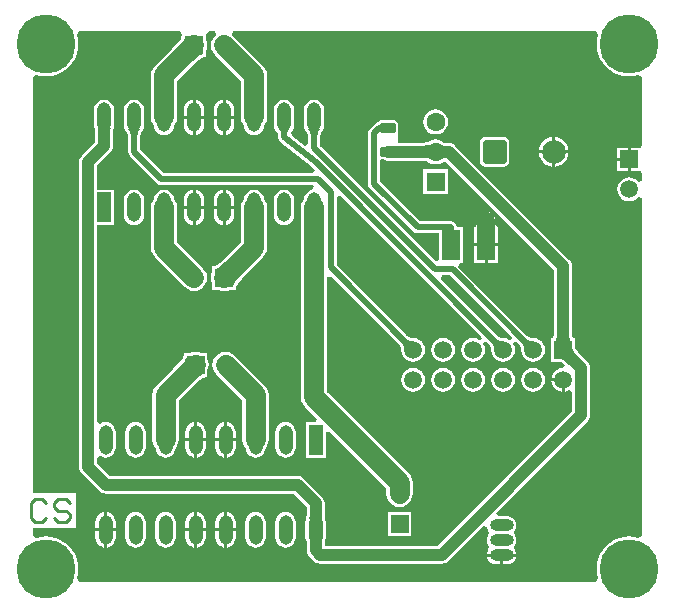
<source format=gtl>
G04 Layer_Physical_Order=1*
G04 Layer_Color=255*
%FSLAX44Y44*%
%MOMM*%
G71*
G01*
G75*
G04:AMPARAMS|DCode=10|XSize=1.3mm|YSize=0.8mm|CornerRadius=0.1mm|HoleSize=0mm|Usage=FLASHONLY|Rotation=180.000|XOffset=0mm|YOffset=0mm|HoleType=Round|Shape=RoundedRectangle|*
%AMROUNDEDRECTD10*
21,1,1.3000,0.6000,0,0,180.0*
21,1,1.1000,0.8000,0,0,180.0*
1,1,0.2000,-0.5500,0.3000*
1,1,0.2000,0.5500,0.3000*
1,1,0.2000,0.5500,-0.3000*
1,1,0.2000,-0.5500,-0.3000*
%
%ADD10ROUNDEDRECTD10*%
%ADD11R,1.5000X2.6000*%
%ADD12C,1.0000*%
%ADD13C,1.5000*%
%ADD14C,0.5000*%
%ADD15C,1.7000*%
%ADD16C,0.2540*%
%ADD17C,5.0000*%
%ADD18C,1.6000*%
%ADD19R,1.6000X1.6000*%
%ADD20R,1.5000X1.5000*%
%ADD21C,1.5000*%
%ADD22C,2.0000*%
G04:AMPARAMS|DCode=23|XSize=2mm|YSize=2mm|CornerRadius=0.25mm|HoleSize=0mm|Usage=FLASHONLY|Rotation=0.000|XOffset=0mm|YOffset=0mm|HoleType=Round|Shape=RoundedRectangle|*
%AMROUNDEDRECTD23*
21,1,2.0000,1.5000,0,0,0.0*
21,1,1.5000,2.0000,0,0,0.0*
1,1,0.5000,0.7500,-0.7500*
1,1,0.5000,-0.7500,-0.7500*
1,1,0.5000,-0.7500,0.7500*
1,1,0.5000,0.7500,0.7500*
%
%ADD23ROUNDEDRECTD23*%
%ADD24O,2.0000X1.0000*%
%ADD25O,2.0000X1.0000*%
%ADD26O,1.2000X2.5000*%
%ADD27R,1.2000X2.5000*%
%ADD28R,1.5000X1.5000*%
%ADD29C,0.9000*%
G36*
X495485Y479921D02*
X494725Y476755D01*
X494385Y472440D01*
X494725Y468125D01*
X495735Y463916D01*
X497392Y459917D01*
X499653Y456226D01*
X502464Y452934D01*
X505756Y450123D01*
X509447Y447862D01*
X513446Y446205D01*
X517655Y445195D01*
X521970Y444855D01*
X526285Y445195D01*
X529922Y446068D01*
X532922Y444543D01*
Y387312D01*
X532010Y384690D01*
X529922Y384690D01*
X523240D01*
Y374650D01*
Y364610D01*
X529922D01*
X532010Y364610D01*
X532922Y361988D01*
Y356332D01*
X529922Y355314D01*
X529102Y356382D01*
X527013Y357985D01*
X524580Y358993D01*
X521970Y359336D01*
X519360Y358993D01*
X516927Y357985D01*
X514838Y356382D01*
X513235Y354293D01*
X512227Y351861D01*
X511884Y349250D01*
X512227Y346640D01*
X513235Y344207D01*
X514838Y342118D01*
X516927Y340515D01*
X519360Y339507D01*
X521970Y339164D01*
X524580Y339507D01*
X527013Y340515D01*
X529102Y342118D01*
X529922Y343186D01*
X532922Y342168D01*
Y55837D01*
X529922Y54312D01*
X526285Y55185D01*
X521970Y55525D01*
X517655Y55185D01*
X513446Y54175D01*
X509447Y52518D01*
X505756Y50257D01*
X502464Y47446D01*
X499653Y44154D01*
X497392Y40463D01*
X495735Y36464D01*
X494725Y32255D01*
X494385Y27940D01*
X494725Y23625D01*
X495576Y20079D01*
X494007Y17079D01*
X55903D01*
X54334Y20079D01*
X55185Y23625D01*
X55525Y27940D01*
X55185Y32255D01*
X54175Y36464D01*
X52518Y40463D01*
X50257Y44154D01*
X47446Y47446D01*
X44154Y50257D01*
X40463Y52518D01*
X36464Y54175D01*
X32255Y55185D01*
X27940Y55525D01*
X23625Y55185D01*
X20079Y54334D01*
X17079Y55903D01*
Y62270D01*
X53603D01*
Y92344D01*
X17079D01*
Y444477D01*
X20079Y446046D01*
X23625Y445195D01*
X27940Y444855D01*
X32255Y445195D01*
X36464Y446205D01*
X40463Y447862D01*
X44154Y450123D01*
X47446Y452934D01*
X50257Y456226D01*
X52518Y459917D01*
X54175Y463916D01*
X55185Y468125D01*
X55525Y472440D01*
X55185Y476755D01*
X54425Y479921D01*
X56179Y482921D01*
X141396D01*
X142375Y482167D01*
X143670Y479703D01*
X142728Y477093D01*
X142266Y476422D01*
X134880Y468070D01*
X120425Y453615D01*
X118661Y451317D01*
X117553Y448642D01*
X117175Y445770D01*
Y410210D01*
X117553Y407338D01*
X118661Y404663D01*
X119760Y403232D01*
X119989Y401491D01*
X120845Y399423D01*
X122208Y397648D01*
X123983Y396285D01*
X126051Y395429D01*
X128270Y395137D01*
X130489Y395429D01*
X132557Y396285D01*
X134332Y397648D01*
X135695Y399423D01*
X136551Y401491D01*
X136780Y403232D01*
X137879Y404663D01*
X138987Y407338D01*
X139365Y410210D01*
Y441174D01*
X149565Y451375D01*
X154309Y455923D01*
X157557Y458719D01*
X158851Y459717D01*
X159593Y460228D01*
X162203Y461170D01*
X163670Y461170D01*
X163689Y463700D01*
X163670Y463793D01*
X163670Y464170D01*
Y466568D01*
X164387Y468298D01*
X164765Y471170D01*
X164387Y474042D01*
X163670Y475772D01*
X163670Y481170D01*
X165944Y482921D01*
X171387D01*
X172406Y479921D01*
X171225Y479015D01*
X169461Y476717D01*
X168353Y474042D01*
X167975Y471170D01*
X168353Y468298D01*
X169461Y465623D01*
X171225Y463325D01*
X193375Y441174D01*
Y410210D01*
X193753Y407338D01*
X194862Y404663D01*
X195960Y403232D01*
X196189Y401491D01*
X197045Y399423D01*
X198408Y397648D01*
X200183Y396285D01*
X202251Y395429D01*
X204470Y395137D01*
X206689Y395429D01*
X208757Y396285D01*
X210532Y397648D01*
X211895Y399423D01*
X212751Y401491D01*
X212980Y403232D01*
X214079Y404663D01*
X215187Y407338D01*
X215565Y410210D01*
Y445770D01*
X215187Y448642D01*
X214079Y451317D01*
X212315Y453615D01*
X186915Y479015D01*
X185734Y479921D01*
X186753Y482921D01*
X493731D01*
X495485Y479921D01*
D02*
G37*
G36*
X161140Y463700D02*
X160465Y463580D01*
X159608Y463220D01*
X158569Y462619D01*
X157348Y461777D01*
X155946Y460695D01*
X152594Y457810D01*
X146201Y451680D01*
X134180Y463700D01*
X136464Y466014D01*
X144277Y474849D01*
X145119Y476069D01*
X145720Y477108D01*
X146080Y477965D01*
X146201Y478639D01*
X161140Y463700D01*
D02*
G37*
%LPC*%
G36*
X188954Y59690D02*
X181610D01*
Y46013D01*
X182569Y46140D01*
X184647Y47000D01*
X186431Y48369D01*
X187800Y50153D01*
X188660Y52231D01*
X188954Y54460D01*
Y59690D01*
D02*
G37*
G36*
X337660Y76040D02*
X317660D01*
Y56040D01*
X337660D01*
Y76040D01*
D02*
G37*
G36*
X154940Y211755D02*
X152069Y211377D01*
X150338Y210660D01*
X147940D01*
X147563Y210660D01*
X147471Y210679D01*
X144940Y210660D01*
Y209193D01*
X143998Y206583D01*
X143536Y205912D01*
X136150Y197560D01*
X121695Y183105D01*
X119931Y180807D01*
X118823Y178132D01*
X118445Y175260D01*
Y137160D01*
X118823Y134288D01*
X119931Y131613D01*
X121030Y130182D01*
X121259Y128441D01*
X122115Y126373D01*
X123478Y124598D01*
X125253Y123235D01*
X127321Y122379D01*
X129540Y122087D01*
X131759Y122379D01*
X133827Y123235D01*
X135602Y124598D01*
X136965Y126373D01*
X137821Y128441D01*
X138050Y130182D01*
X139149Y131613D01*
X140257Y134288D01*
X140635Y137160D01*
Y170664D01*
X150836Y180865D01*
X155578Y185413D01*
X158827Y188209D01*
X160121Y189207D01*
X160863Y189718D01*
X163473Y190660D01*
X164940Y190660D01*
X164958Y193190D01*
X164940Y193283D01*
X164940Y193660D01*
Y196058D01*
X165657Y197789D01*
X166035Y200660D01*
X165657Y203532D01*
X164940Y205262D01*
Y210660D01*
X159542D01*
X157812Y211377D01*
X154940Y211755D01*
D02*
G37*
G36*
X364490Y223446D02*
X361880Y223103D01*
X359447Y222095D01*
X357358Y220492D01*
X355755Y218403D01*
X354747Y215970D01*
X354404Y213360D01*
X354747Y210749D01*
X355755Y208317D01*
X357358Y206228D01*
X359447Y204625D01*
X361880Y203617D01*
X364490Y203274D01*
X367100Y203617D01*
X369533Y204625D01*
X371622Y206228D01*
X373225Y208317D01*
X374233Y210749D01*
X374576Y213360D01*
X374233Y215970D01*
X373225Y218403D01*
X371622Y220492D01*
X369533Y222095D01*
X367100Y223103D01*
X364490Y223446D01*
D02*
G37*
G36*
X389890Y198046D02*
X387280Y197703D01*
X384847Y196695D01*
X382758Y195092D01*
X381155Y193003D01*
X380147Y190571D01*
X379804Y187960D01*
X380147Y185350D01*
X381155Y182917D01*
X382758Y180828D01*
X384847Y179225D01*
X387280Y178217D01*
X389890Y177874D01*
X392500Y178217D01*
X394933Y179225D01*
X397022Y180828D01*
X398625Y182917D01*
X399633Y185350D01*
X399976Y187960D01*
X399633Y190571D01*
X398625Y193003D01*
X397022Y195092D01*
X394933Y196695D01*
X392500Y197703D01*
X389890Y198046D01*
D02*
G37*
G36*
X364490D02*
X361880Y197703D01*
X359447Y196695D01*
X357358Y195092D01*
X355755Y193003D01*
X354747Y190571D01*
X354404Y187960D01*
X354747Y185350D01*
X355755Y182917D01*
X357358Y180828D01*
X359447Y179225D01*
X361880Y178217D01*
X364490Y177874D01*
X367100Y178217D01*
X369533Y179225D01*
X371622Y180828D01*
X373225Y182917D01*
X374233Y185350D01*
X374576Y187960D01*
X374233Y190571D01*
X373225Y193003D01*
X371622Y195092D01*
X369533Y196695D01*
X367100Y197703D01*
X364490Y198046D01*
D02*
G37*
G36*
X415290D02*
X412679Y197703D01*
X410247Y196695D01*
X408158Y195092D01*
X406555Y193003D01*
X405547Y190571D01*
X405204Y187960D01*
X405547Y185350D01*
X406555Y182917D01*
X408158Y180828D01*
X410247Y179225D01*
X412679Y178217D01*
X415290Y177874D01*
X417901Y178217D01*
X420333Y179225D01*
X422422Y180828D01*
X424025Y182917D01*
X425033Y185350D01*
X425376Y187960D01*
X425033Y190571D01*
X424025Y193003D01*
X422422Y195092D01*
X420333Y196695D01*
X417901Y197703D01*
X415290Y198046D01*
D02*
G37*
G36*
X464820Y186690D02*
X456131D01*
X456308Y185339D01*
X457320Y182897D01*
X458929Y180799D01*
X461027Y179190D01*
X463469Y178178D01*
X464820Y178001D01*
Y186690D01*
D02*
G37*
G36*
X440690Y198046D02*
X438079Y197703D01*
X435647Y196695D01*
X433558Y195092D01*
X431955Y193003D01*
X430947Y190571D01*
X430604Y187960D01*
X430947Y185350D01*
X431955Y182917D01*
X433558Y180828D01*
X435647Y179225D01*
X438079Y178217D01*
X440690Y177874D01*
X443301Y178217D01*
X445733Y179225D01*
X447822Y180828D01*
X449425Y182917D01*
X450433Y185350D01*
X450776Y187960D01*
X450433Y190571D01*
X449425Y193003D01*
X447822Y195092D01*
X445733Y196695D01*
X443301Y197703D01*
X440690Y198046D01*
D02*
G37*
G36*
X204470Y349083D02*
X202251Y348791D01*
X200183Y347935D01*
X198408Y346572D01*
X197045Y344797D01*
X196189Y342729D01*
X195960Y340989D01*
X194862Y339557D01*
X193753Y336882D01*
X193375Y334010D01*
Y304316D01*
X183174Y294115D01*
X178431Y289567D01*
X175183Y286771D01*
X173889Y285773D01*
X173147Y285262D01*
X170537Y284320D01*
X169070Y284320D01*
X169051Y281789D01*
X169070Y281697D01*
X169070Y281320D01*
Y278922D01*
X168353Y277192D01*
X167975Y274320D01*
X168353Y271448D01*
X169070Y269718D01*
Y264320D01*
X174468D01*
X176198Y263603D01*
X179070Y263225D01*
X181942Y263603D01*
X183672Y264320D01*
X186070D01*
X186447Y264320D01*
X186539Y264301D01*
X189070Y264320D01*
Y265787D01*
X190012Y268397D01*
X190474Y269068D01*
X197860Y277420D01*
X212315Y291875D01*
X214079Y294172D01*
X215187Y296849D01*
X215565Y299720D01*
Y334010D01*
X215187Y336882D01*
X214079Y339557D01*
X212980Y340989D01*
X212751Y342729D01*
X211895Y344797D01*
X210532Y346572D01*
X208757Y347935D01*
X206689Y348791D01*
X204470Y349083D01*
D02*
G37*
G36*
X128270D02*
X126051Y348791D01*
X123983Y347935D01*
X122208Y346572D01*
X120845Y344797D01*
X119989Y342729D01*
X119760Y340989D01*
X118661Y339557D01*
X117553Y336882D01*
X117175Y334010D01*
Y299720D01*
X117553Y296848D01*
X118661Y294172D01*
X120425Y291875D01*
X145825Y266475D01*
X148123Y264711D01*
X150799Y263603D01*
X153670Y263225D01*
X156542Y263603D01*
X159218Y264711D01*
X161515Y266475D01*
X163279Y268773D01*
X164387Y271448D01*
X164765Y274320D01*
X164387Y277192D01*
X163279Y279867D01*
X161515Y282165D01*
X139365Y304316D01*
Y334010D01*
X138987Y336882D01*
X137879Y339557D01*
X136780Y340989D01*
X136551Y342729D01*
X135695Y344797D01*
X134332Y346572D01*
X132557Y347935D01*
X130489Y348791D01*
X128270Y349083D01*
D02*
G37*
G36*
X399810Y300990D02*
X391040D01*
Y286720D01*
X399810D01*
Y300990D01*
D02*
G37*
G36*
X231140Y76033D02*
X228921Y75741D01*
X226853Y74885D01*
X225078Y73522D01*
X223715Y71747D01*
X222859Y69679D01*
X222567Y67460D01*
Y54460D01*
X222859Y52241D01*
X223715Y50173D01*
X225078Y48398D01*
X226853Y47035D01*
X228921Y46179D01*
X231140Y45887D01*
X233359Y46179D01*
X235427Y47035D01*
X237202Y48398D01*
X238565Y50173D01*
X239421Y52241D01*
X239713Y54460D01*
Y67460D01*
X239421Y69679D01*
X238565Y71747D01*
X237202Y73522D01*
X235427Y74885D01*
X233359Y75741D01*
X231140Y76033D01*
D02*
G37*
G36*
X77470Y59690D02*
X70126D01*
Y54460D01*
X70420Y52231D01*
X71280Y50153D01*
X72649Y48369D01*
X74433Y47000D01*
X76511Y46140D01*
X77470Y46013D01*
Y59690D01*
D02*
G37*
G36*
X163554D02*
X156210D01*
Y46013D01*
X157169Y46140D01*
X159247Y47000D01*
X161031Y48369D01*
X162400Y50153D01*
X163260Y52231D01*
X163554Y54460D01*
Y59690D01*
D02*
G37*
G36*
X179070D02*
X171726D01*
Y54460D01*
X172020Y52231D01*
X172880Y50153D01*
X174249Y48369D01*
X176033Y47000D01*
X178111Y46140D01*
X179070Y46013D01*
Y59690D01*
D02*
G37*
G36*
X87354D02*
X80010D01*
Y46013D01*
X80969Y46140D01*
X83047Y47000D01*
X84831Y48369D01*
X86200Y50153D01*
X87060Y52231D01*
X87354Y54460D01*
Y59690D01*
D02*
G37*
G36*
X153670D02*
X146326D01*
Y54460D01*
X146620Y52231D01*
X147480Y50153D01*
X148849Y48369D01*
X150633Y47000D01*
X152711Y46140D01*
X153670Y46013D01*
Y59690D01*
D02*
G37*
G36*
X104140Y152233D02*
X101921Y151941D01*
X99853Y151085D01*
X98078Y149722D01*
X96715Y147947D01*
X95859Y145879D01*
X95567Y143660D01*
Y130660D01*
X95859Y128441D01*
X96715Y126373D01*
X98078Y124598D01*
X99853Y123235D01*
X101921Y122379D01*
X104140Y122087D01*
X106359Y122379D01*
X108427Y123235D01*
X110202Y124598D01*
X111565Y126373D01*
X112421Y128441D01*
X112713Y130660D01*
Y143660D01*
X112421Y145879D01*
X111565Y147947D01*
X110202Y149722D01*
X108427Y151085D01*
X106359Y151941D01*
X104140Y152233D01*
D02*
G37*
G36*
X77470Y75907D02*
X76511Y75780D01*
X74433Y74920D01*
X72649Y73551D01*
X71280Y71767D01*
X70420Y69689D01*
X70126Y67460D01*
Y62230D01*
X77470D01*
Y75907D01*
D02*
G37*
G36*
X231140Y152233D02*
X228921Y151941D01*
X226853Y151085D01*
X225078Y149722D01*
X223715Y147947D01*
X222859Y145879D01*
X222567Y143660D01*
Y130660D01*
X222859Y128441D01*
X223715Y126373D01*
X225078Y124598D01*
X226853Y123235D01*
X228921Y122379D01*
X231140Y122087D01*
X233359Y122379D01*
X235427Y123235D01*
X237202Y124598D01*
X238565Y126373D01*
X239421Y128441D01*
X239713Y130660D01*
Y143660D01*
X239421Y145879D01*
X238565Y147947D01*
X237202Y149722D01*
X235427Y151085D01*
X233359Y151941D01*
X231140Y152233D01*
D02*
G37*
G36*
X180340Y211755D02*
X177468Y211377D01*
X174793Y210268D01*
X172495Y208505D01*
X170732Y206207D01*
X169623Y203532D01*
X169245Y200660D01*
X169623Y197788D01*
X170732Y195113D01*
X172495Y192815D01*
X194645Y170664D01*
Y137160D01*
X195023Y134288D01*
X196131Y131613D01*
X197230Y130182D01*
X197459Y128441D01*
X198315Y126373D01*
X199678Y124598D01*
X201453Y123235D01*
X203521Y122379D01*
X205740Y122087D01*
X207959Y122379D01*
X210027Y123235D01*
X211802Y124598D01*
X213165Y126373D01*
X214021Y128441D01*
X214250Y130182D01*
X215348Y131613D01*
X216457Y134288D01*
X216835Y137160D01*
Y175260D01*
X216457Y178132D01*
X215348Y180807D01*
X213585Y183105D01*
X188185Y208505D01*
X185887Y210268D01*
X183212Y211377D01*
X180340Y211755D01*
D02*
G37*
G36*
X181610Y75907D02*
Y62230D01*
X188954D01*
Y67460D01*
X188660Y69689D01*
X187800Y71767D01*
X186431Y73551D01*
X184647Y74920D01*
X182569Y75780D01*
X181610Y75907D01*
D02*
G37*
G36*
X153670D02*
X152711Y75780D01*
X150633Y74920D01*
X148849Y73551D01*
X147480Y71767D01*
X146620Y69689D01*
X146326Y67460D01*
Y62230D01*
X153670D01*
Y75907D01*
D02*
G37*
G36*
X80010D02*
Y62230D01*
X87354D01*
Y67460D01*
X87060Y69689D01*
X86200Y71767D01*
X84831Y73551D01*
X83047Y74920D01*
X80969Y75780D01*
X80010Y75907D01*
D02*
G37*
G36*
X179070D02*
X178111Y75780D01*
X176033Y74920D01*
X174249Y73551D01*
X172880Y71767D01*
X172020Y69689D01*
X171726Y67460D01*
Y62230D01*
X179070D01*
Y75907D01*
D02*
G37*
G36*
X156210D02*
Y62230D01*
X163554D01*
Y67460D01*
X163260Y69689D01*
X162400Y71767D01*
X161031Y73551D01*
X159247Y74920D01*
X157169Y75780D01*
X156210Y75907D01*
D02*
G37*
G36*
X179070Y152107D02*
X178111Y151980D01*
X176033Y151120D01*
X174249Y149751D01*
X172880Y147967D01*
X172020Y145889D01*
X171726Y143660D01*
Y138430D01*
X179070D01*
Y152107D01*
D02*
G37*
G36*
X156210D02*
Y138430D01*
X163554D01*
Y143660D01*
X163260Y145889D01*
X162400Y147967D01*
X161031Y149751D01*
X159247Y151120D01*
X157169Y151980D01*
X156210Y152107D01*
D02*
G37*
G36*
X339090Y198046D02*
X336479Y197703D01*
X334047Y196695D01*
X331958Y195092D01*
X330355Y193003D01*
X329347Y190571D01*
X329004Y187960D01*
X329347Y185350D01*
X330355Y182917D01*
X331958Y180828D01*
X334047Y179225D01*
X336479Y178217D01*
X339090Y177874D01*
X341701Y178217D01*
X344133Y179225D01*
X346222Y180828D01*
X347825Y182917D01*
X348833Y185350D01*
X349176Y187960D01*
X348833Y190571D01*
X347825Y193003D01*
X346222Y195092D01*
X344133Y196695D01*
X341701Y197703D01*
X339090Y198046D01*
D02*
G37*
G36*
X181610Y152107D02*
Y138430D01*
X188954D01*
Y143660D01*
X188660Y145889D01*
X187800Y147967D01*
X186431Y149751D01*
X184647Y151120D01*
X182569Y151980D01*
X181610Y152107D01*
D02*
G37*
G36*
X153670D02*
X152711Y151980D01*
X150633Y151120D01*
X148849Y149751D01*
X147480Y147967D01*
X146620Y145889D01*
X146326Y143660D01*
Y138430D01*
X153670D01*
Y152107D01*
D02*
G37*
G36*
X163554Y135890D02*
X156210D01*
Y122213D01*
X157169Y122340D01*
X159247Y123200D01*
X161031Y124569D01*
X162400Y126353D01*
X163260Y128431D01*
X163554Y130660D01*
Y135890D01*
D02*
G37*
G36*
X153670D02*
X146326D01*
Y130660D01*
X146620Y128431D01*
X147480Y126353D01*
X148849Y124569D01*
X150633Y123200D01*
X152711Y122340D01*
X153670Y122213D01*
Y135890D01*
D02*
G37*
G36*
X188954D02*
X181610D01*
Y122213D01*
X182569Y122340D01*
X184647Y123200D01*
X186431Y124569D01*
X187800Y126353D01*
X188660Y128431D01*
X188954Y130660D01*
Y135890D01*
D02*
G37*
G36*
X179070D02*
X171726D01*
Y130660D01*
X172020Y128431D01*
X172880Y126353D01*
X174249Y124569D01*
X176033Y123200D01*
X178111Y122340D01*
X179070Y122213D01*
Y135890D01*
D02*
G37*
G36*
X411120Y300990D02*
X402350D01*
Y286720D01*
X411120D01*
Y300990D01*
D02*
G37*
G36*
X104140Y76033D02*
X101921Y75741D01*
X99853Y74885D01*
X98078Y73522D01*
X96715Y71747D01*
X95859Y69679D01*
X95567Y67460D01*
Y54460D01*
X95859Y52241D01*
X96715Y50173D01*
X98078Y48398D01*
X99853Y47035D01*
X101921Y46179D01*
X104140Y45887D01*
X106359Y46179D01*
X108427Y47035D01*
X110202Y48398D01*
X111565Y50173D01*
X112421Y52241D01*
X112713Y54460D01*
Y67460D01*
X112421Y69679D01*
X111565Y71747D01*
X110202Y73522D01*
X108427Y74885D01*
X106359Y75741D01*
X104140Y76033D01*
D02*
G37*
G36*
X129540D02*
X127321Y75741D01*
X125253Y74885D01*
X123478Y73522D01*
X122115Y71747D01*
X121259Y69679D01*
X120967Y67460D01*
Y54460D01*
X121259Y52241D01*
X122115Y50173D01*
X123478Y48398D01*
X125253Y47035D01*
X127321Y46179D01*
X129540Y45887D01*
X131759Y46179D01*
X133827Y47035D01*
X135602Y48398D01*
X136965Y50173D01*
X137821Y52241D01*
X138113Y54460D01*
Y67460D01*
X137821Y69679D01*
X136965Y71747D01*
X135602Y73522D01*
X133827Y74885D01*
X131759Y75741D01*
X129540Y76033D01*
D02*
G37*
G36*
X412750Y38100D02*
X401582D01*
X401674Y37402D01*
X402434Y35568D01*
X403642Y33992D01*
X405218Y32784D01*
X407052Y32024D01*
X409020Y31765D01*
X412750D01*
Y38100D01*
D02*
G37*
G36*
X426458D02*
X415290D01*
Y31765D01*
X419020D01*
X420988Y32024D01*
X422822Y32784D01*
X424398Y33992D01*
X425606Y35568D01*
X426366Y37402D01*
X426458Y38100D01*
D02*
G37*
G36*
X255270Y425283D02*
X253051Y424991D01*
X250983Y424135D01*
X249208Y422772D01*
X247845Y420997D01*
X246989Y418929D01*
X246697Y416710D01*
Y403710D01*
X246989Y401491D01*
X247845Y399423D01*
X248181Y398985D01*
X248260Y398827D01*
X248679Y398279D01*
X249005Y397789D01*
X249289Y397287D01*
X249534Y396773D01*
X249741Y396244D01*
X249911Y395696D01*
X250045Y395128D01*
X250141Y394537D01*
X250172Y394213D01*
Y387684D01*
X247172Y386253D01*
X236818Y394634D01*
X235932Y397648D01*
X237295Y399423D01*
X238151Y401491D01*
X238443Y403710D01*
Y416710D01*
X238151Y418929D01*
X237295Y420997D01*
X235932Y422772D01*
X234157Y424135D01*
X232089Y424991D01*
X229870Y425283D01*
X227651Y424991D01*
X225583Y424135D01*
X223808Y422772D01*
X222445Y420997D01*
X221589Y418929D01*
X221297Y416710D01*
Y403710D01*
X221589Y401491D01*
X222445Y399423D01*
X223808Y397648D01*
X224571Y397062D01*
X224621Y396833D01*
X224699Y396292D01*
X224772Y395192D01*
Y393700D01*
X224825Y393435D01*
X224800Y393166D01*
X225017Y392467D01*
X225160Y391749D01*
X225310Y391525D01*
X225390Y391267D01*
X225858Y390704D01*
X226265Y390095D01*
X226490Y389945D01*
X226662Y389738D01*
X253125Y368316D01*
X255685Y365756D01*
X254537Y362984D01*
X128096D01*
X107968Y383112D01*
Y394213D01*
X107999Y394537D01*
X108095Y395128D01*
X108229Y395696D01*
X108399Y396243D01*
X108606Y396773D01*
X108851Y397287D01*
X109135Y397789D01*
X109461Y398279D01*
X109881Y398827D01*
X109958Y398985D01*
X110295Y399423D01*
X111151Y401491D01*
X111443Y403710D01*
Y416710D01*
X111151Y418929D01*
X110295Y420997D01*
X108932Y422772D01*
X107157Y424135D01*
X105089Y424991D01*
X102870Y425283D01*
X100651Y424991D01*
X98583Y424135D01*
X96808Y422772D01*
X95445Y420997D01*
X94589Y418929D01*
X94297Y416710D01*
Y403710D01*
X94589Y401491D01*
X95445Y399423D01*
X95781Y398985D01*
X95859Y398827D01*
X96279Y398279D01*
X96605Y397789D01*
X96889Y397287D01*
X97134Y396773D01*
X97341Y396244D01*
X97511Y395696D01*
X97645Y395128D01*
X97741Y394537D01*
X97772Y394213D01*
Y381000D01*
X98160Y379049D01*
X99265Y377395D01*
X122379Y354281D01*
X124033Y353176D01*
X125984Y352788D01*
X254552D01*
X255032Y352017D01*
X253470Y348846D01*
X253051Y348791D01*
X250983Y347935D01*
X249208Y346572D01*
X247845Y344797D01*
X246989Y342729D01*
X246760Y340989D01*
X245662Y339557D01*
X244553Y336882D01*
X244175Y334010D01*
Y173228D01*
X244553Y170356D01*
X245662Y167680D01*
X247425Y165383D01*
X257876Y154932D01*
X256728Y152160D01*
X248040D01*
Y122160D01*
X265040D01*
Y143848D01*
X267812Y144996D01*
X316565Y96242D01*
Y91440D01*
X316943Y88568D01*
X318051Y85892D01*
X319815Y83595D01*
X322113Y81832D01*
X324788Y80723D01*
X327660Y80345D01*
X330532Y80723D01*
X333208Y81832D01*
X335505Y83595D01*
X337268Y85892D01*
X338377Y88568D01*
X338755Y91440D01*
Y100838D01*
X338377Y103710D01*
X337268Y106385D01*
X335505Y108683D01*
X266365Y177824D01*
Y274956D01*
X269137Y276104D01*
X327029Y218212D01*
X327348Y217831D01*
X327775Y217246D01*
X328134Y216675D01*
X328426Y216118D01*
X328657Y215574D01*
X328831Y215040D01*
X328951Y214514D01*
X329019Y213989D01*
X329034Y213590D01*
X329004Y213360D01*
X329347Y210749D01*
X330355Y208317D01*
X331958Y206228D01*
X334047Y204625D01*
X336479Y203617D01*
X339090Y203274D01*
X341701Y203617D01*
X344133Y204625D01*
X346222Y206228D01*
X347825Y208317D01*
X348833Y210749D01*
X349176Y213360D01*
X348833Y215970D01*
X347825Y218403D01*
X346222Y220492D01*
X344133Y222095D01*
X341701Y223103D01*
X339090Y223446D01*
X338860Y223416D01*
X338461Y223431D01*
X337936Y223500D01*
X337410Y223619D01*
X336876Y223793D01*
X336332Y224024D01*
X335774Y224316D01*
X335204Y224674D01*
X334620Y225102D01*
X334238Y225421D01*
X274338Y285322D01*
Y343183D01*
X277110Y344331D01*
X397645Y223796D01*
X395662Y221535D01*
X394933Y222095D01*
X392500Y223103D01*
X389890Y223446D01*
X387280Y223103D01*
X384847Y222095D01*
X382758Y220492D01*
X381155Y218403D01*
X380147Y215970D01*
X379804Y213360D01*
X380147Y210749D01*
X381155Y208317D01*
X382758Y206228D01*
X384847Y204625D01*
X387280Y203617D01*
X389890Y203274D01*
X392500Y203617D01*
X394933Y204625D01*
X397022Y206228D01*
X398625Y208317D01*
X399633Y210749D01*
X399976Y213360D01*
X399633Y215970D01*
X398625Y218403D01*
X398065Y219132D01*
X400326Y221115D01*
X403229Y218212D01*
X403548Y217831D01*
X403975Y217246D01*
X404334Y216675D01*
X404626Y216118D01*
X404857Y215574D01*
X405031Y215040D01*
X405150Y214514D01*
X405219Y213989D01*
X405234Y213590D01*
X405204Y213360D01*
X405547Y210749D01*
X406555Y208317D01*
X408158Y206228D01*
X410247Y204625D01*
X412679Y203617D01*
X415290Y203274D01*
X417901Y203617D01*
X420333Y204625D01*
X422422Y206228D01*
X424025Y208317D01*
X425033Y210749D01*
X425376Y213360D01*
X425033Y215970D01*
X424025Y218403D01*
X423465Y219132D01*
X425726Y221115D01*
X428629Y218212D01*
X428948Y217831D01*
X429375Y217246D01*
X429734Y216675D01*
X430026Y216118D01*
X430257Y215574D01*
X430431Y215040D01*
X430550Y214514D01*
X430619Y213989D01*
X430634Y213590D01*
X430604Y213360D01*
X430947Y210749D01*
X431955Y208317D01*
X433558Y206228D01*
X435647Y204625D01*
X438079Y203617D01*
X440690Y203274D01*
X443301Y203617D01*
X445733Y204625D01*
X447822Y206228D01*
X449425Y208317D01*
X450433Y210749D01*
X450776Y213360D01*
X450433Y215970D01*
X449425Y218403D01*
X447822Y220492D01*
X445733Y222095D01*
X443301Y223103D01*
X440690Y223446D01*
X440460Y223416D01*
X440061Y223431D01*
X439536Y223500D01*
X439010Y223619D01*
X438476Y223793D01*
X437932Y224024D01*
X437374Y224316D01*
X436804Y224674D01*
X436220Y225102D01*
X435838Y225421D01*
X377500Y283760D01*
X378742Y286760D01*
X381080D01*
Y317760D01*
X376025D01*
X375790Y318943D01*
X374685Y320597D01*
X373031Y321702D01*
X371080Y322090D01*
X344946D01*
X310914Y356122D01*
Y373700D01*
X312000Y374591D01*
X313759D01*
X315542Y373853D01*
X317500Y373595D01*
X346822D01*
X349364Y373512D01*
X350594Y373398D01*
X350854Y373356D01*
X352845Y371828D01*
X355399Y370770D01*
X358140Y370409D01*
X360881Y370770D01*
X363435Y371828D01*
X365530Y373435D01*
X366437D01*
X458525Y281347D01*
Y229636D01*
X458517Y229024D01*
X458333Y226038D01*
X457557Y223360D01*
X456090Y223360D01*
X456072Y220830D01*
X456090Y220737D01*
X456090Y220360D01*
Y203360D01*
X459324D01*
X459417Y203342D01*
X459510Y203360D01*
X464011D01*
X464843Y202885D01*
X466277Y201887D01*
X467396Y200941D01*
X466131Y198081D01*
X466090Y198087D01*
X463469Y197742D01*
X461027Y196730D01*
X458929Y195121D01*
X457320Y193023D01*
X456308Y190581D01*
X456131Y189230D01*
X466090D01*
Y187960D01*
X467360D01*
Y178001D01*
X468711Y178178D01*
X471153Y179190D01*
X474019Y177608D01*
Y161375D01*
X360087Y47443D01*
X264105D01*
Y50511D01*
X264821Y52241D01*
X265113Y54460D01*
Y67460D01*
X264821Y69679D01*
X264613Y70182D01*
X264105Y80512D01*
Y83820D01*
X263847Y85778D01*
X263091Y87602D01*
X261889Y89169D01*
X246649Y104409D01*
X245082Y105611D01*
X243258Y106367D01*
X241300Y106625D01*
X82127D01*
X71319Y117433D01*
Y121859D01*
X74319Y123339D01*
X74453Y123235D01*
X76521Y122379D01*
X78740Y122087D01*
X80959Y122379D01*
X83027Y123235D01*
X84802Y124598D01*
X86165Y126373D01*
X87021Y128441D01*
X87313Y130660D01*
Y143660D01*
X87021Y145879D01*
X86165Y147947D01*
X84802Y149722D01*
X83027Y151085D01*
X80959Y151941D01*
X78740Y152233D01*
X76521Y151941D01*
X74453Y151085D01*
X74319Y150981D01*
X71319Y152461D01*
Y319010D01*
X85970D01*
Y349010D01*
X71319D01*
Y368977D01*
X82819Y380477D01*
X82819Y380477D01*
X84021Y382044D01*
X84777Y383868D01*
X85035Y385826D01*
Y391280D01*
X85153Y398043D01*
X85273Y399750D01*
X85335Y400247D01*
X85375Y400452D01*
X85416Y400569D01*
X85441Y400742D01*
X85751Y401491D01*
X86043Y403710D01*
Y416710D01*
X85751Y418929D01*
X84895Y420997D01*
X83532Y422772D01*
X81757Y424135D01*
X79689Y424991D01*
X77470Y425283D01*
X75251Y424991D01*
X73183Y424135D01*
X71408Y422772D01*
X70045Y420997D01*
X69189Y418929D01*
X68897Y416710D01*
Y403710D01*
X69189Y401491D01*
X69397Y400988D01*
X69905Y390658D01*
Y388959D01*
X58405Y377459D01*
X57203Y375892D01*
X56447Y374068D01*
X56189Y372110D01*
Y114300D01*
X56447Y112342D01*
X57203Y110518D01*
X58405Y108951D01*
X73645Y93711D01*
X75212Y92509D01*
X77036Y91753D01*
X78994Y91495D01*
X238167D01*
X248975Y80687D01*
Y79890D01*
X248857Y73127D01*
X248737Y71420D01*
X248675Y70923D01*
X248635Y70718D01*
X248594Y70602D01*
X248569Y70428D01*
X248259Y69679D01*
X247967Y67460D01*
Y54460D01*
X248259Y52241D01*
X248975Y50511D01*
Y43688D01*
X249233Y41730D01*
X249989Y39906D01*
X251191Y38339D01*
X255001Y34529D01*
X256568Y33327D01*
X258392Y32571D01*
X260350Y32313D01*
X363220D01*
X365178Y32571D01*
X367002Y33327D01*
X368569Y34529D01*
X398504Y64464D01*
X401641Y63358D01*
X401713Y62812D01*
X402469Y60988D01*
X402812Y60541D01*
X403395Y58420D01*
X402812Y56299D01*
X402469Y55852D01*
X401713Y54028D01*
X401455Y52070D01*
X401713Y50112D01*
X402469Y48288D01*
X403671Y46721D01*
X402780Y43623D01*
X402434Y43172D01*
X401674Y41338D01*
X401582Y40640D01*
X426458D01*
X426366Y41338D01*
X425606Y43172D01*
X425260Y43623D01*
X424369Y46721D01*
X425571Y48288D01*
X426327Y50112D01*
X426585Y52070D01*
X426327Y54028D01*
X425571Y55852D01*
X425229Y56299D01*
X424645Y58420D01*
X425229Y60541D01*
X425571Y60988D01*
X426327Y62812D01*
X426585Y64770D01*
X426327Y66728D01*
X425571Y68552D01*
X424369Y70119D01*
X422802Y71321D01*
X420978Y72077D01*
X419020Y72335D01*
X410617D01*
X409375Y75335D01*
X486933Y152893D01*
X488135Y154460D01*
X488891Y156284D01*
X489149Y158242D01*
Y197866D01*
X488891Y199824D01*
X488135Y201648D01*
X486933Y203215D01*
X486933Y203215D01*
X482177Y207971D01*
X478885Y211516D01*
X477583Y213144D01*
X476565Y214607D01*
X476090Y215439D01*
Y219940D01*
X476109Y220033D01*
X476090Y220126D01*
X476090Y220737D01*
X476109Y220830D01*
X476090Y223360D01*
X474623D01*
X473908Y226064D01*
X473662Y229051D01*
X473655Y229636D01*
Y284480D01*
X473655Y284480D01*
X473397Y286438D01*
X472641Y288262D01*
X471439Y289829D01*
X471439Y289829D01*
X374919Y386349D01*
X373352Y387551D01*
X371528Y388307D01*
X369570Y388565D01*
X365530D01*
X363435Y390172D01*
X360881Y391230D01*
X358140Y391591D01*
X355399Y391230D01*
X352845Y390172D01*
X351343Y389019D01*
X346908Y388725D01*
X326000D01*
Y396350D01*
X326297Y396794D01*
X326569Y398160D01*
Y404160D01*
X326297Y405526D01*
X325523Y406683D01*
X324366Y407457D01*
X323000Y407729D01*
X312000D01*
X310634Y407457D01*
X309477Y406683D01*
X309053Y406049D01*
X308150Y405870D01*
X306496Y404765D01*
X302211Y400480D01*
X301106Y398826D01*
X300718Y396875D01*
Y354010D01*
X301106Y352059D01*
X302211Y350405D01*
X339229Y313387D01*
X340883Y312282D01*
X342834Y311894D01*
X361080D01*
Y289629D01*
X358080Y288387D01*
X260368Y386099D01*
Y394213D01*
X260399Y394537D01*
X260495Y395128D01*
X260629Y395696D01*
X260799Y396243D01*
X261006Y396773D01*
X261251Y397287D01*
X261535Y397789D01*
X261861Y398279D01*
X262281Y398827D01*
X262358Y398985D01*
X262695Y399423D01*
X263551Y401491D01*
X263843Y403710D01*
Y416710D01*
X263551Y418929D01*
X262695Y420997D01*
X261332Y422772D01*
X259557Y424135D01*
X257489Y424991D01*
X255270Y425283D01*
D02*
G37*
G36*
X520700Y384690D02*
X511930D01*
Y375920D01*
X520700D01*
Y384690D01*
D02*
G37*
G36*
X205740Y76033D02*
X203521Y75741D01*
X201453Y74885D01*
X199678Y73522D01*
X198315Y71747D01*
X197459Y69679D01*
X197167Y67460D01*
Y54460D01*
X197459Y52241D01*
X198315Y50173D01*
X199678Y48398D01*
X201453Y47035D01*
X203521Y46179D01*
X205740Y45887D01*
X207959Y46179D01*
X210027Y47035D01*
X211802Y48398D01*
X213165Y50173D01*
X214021Y52241D01*
X214313Y54460D01*
Y67460D01*
X214021Y69679D01*
X213165Y71747D01*
X211802Y73522D01*
X210027Y74885D01*
X207959Y75741D01*
X205740Y76033D01*
D02*
G37*
G36*
X459340Y393481D02*
Y382270D01*
X470551D01*
X470287Y384274D01*
X469024Y387324D01*
X467014Y389944D01*
X464394Y391954D01*
X461344Y393217D01*
X459340Y393481D01*
D02*
G37*
G36*
X456800D02*
X454797Y393217D01*
X451746Y391954D01*
X449127Y389944D01*
X447117Y387324D01*
X445853Y384274D01*
X445589Y382270D01*
X456800D01*
Y393481D01*
D02*
G37*
G36*
X154940Y425157D02*
Y411480D01*
X162284D01*
Y416710D01*
X161990Y418939D01*
X161130Y421017D01*
X159761Y422801D01*
X157977Y424170D01*
X155899Y425030D01*
X154940Y425157D01*
D02*
G37*
G36*
X152400D02*
X151441Y425030D01*
X149363Y424170D01*
X147579Y422801D01*
X146210Y421017D01*
X145350Y418939D01*
X145056Y416710D01*
Y411480D01*
X152400D01*
Y425157D01*
D02*
G37*
G36*
X180340D02*
Y411480D01*
X187684D01*
Y416710D01*
X187390Y418939D01*
X186530Y421017D01*
X185161Y422801D01*
X183377Y424170D01*
X181299Y425030D01*
X180340Y425157D01*
D02*
G37*
G36*
X177800D02*
X176841Y425030D01*
X174763Y424170D01*
X172979Y422801D01*
X171610Y421017D01*
X170750Y418939D01*
X170456Y416710D01*
Y411480D01*
X177800D01*
Y425157D01*
D02*
G37*
G36*
X358140Y416991D02*
X355399Y416630D01*
X352845Y415572D01*
X350651Y413889D01*
X348968Y411695D01*
X347910Y409141D01*
X347549Y406400D01*
X347910Y403659D01*
X348968Y401105D01*
X350651Y398911D01*
X352845Y397228D01*
X355399Y396170D01*
X358140Y395809D01*
X360881Y396170D01*
X363435Y397228D01*
X365629Y398911D01*
X367312Y401105D01*
X368370Y403659D01*
X368731Y406400D01*
X368370Y409141D01*
X367312Y411695D01*
X365629Y413889D01*
X363435Y415572D01*
X360881Y416630D01*
X358140Y416991D01*
D02*
G37*
G36*
X162284Y408940D02*
X154940D01*
Y395263D01*
X155899Y395390D01*
X157977Y396250D01*
X159761Y397619D01*
X161130Y399403D01*
X161990Y401481D01*
X162284Y403710D01*
Y408940D01*
D02*
G37*
G36*
X152400D02*
X145056D01*
Y403710D01*
X145350Y401481D01*
X146210Y399403D01*
X147579Y397619D01*
X149363Y396250D01*
X151441Y395390D01*
X152400Y395263D01*
Y408940D01*
D02*
G37*
G36*
X187684D02*
X180340D01*
Y395263D01*
X181299Y395390D01*
X183377Y396250D01*
X185161Y397619D01*
X186530Y399403D01*
X187390Y401481D01*
X187684Y403710D01*
Y408940D01*
D02*
G37*
G36*
X177800D02*
X170456D01*
Y403710D01*
X170750Y401481D01*
X171610Y399403D01*
X172979Y397619D01*
X174763Y396250D01*
X176841Y395390D01*
X177800Y395263D01*
Y408940D01*
D02*
G37*
G36*
X187684Y332740D02*
X180340D01*
Y319063D01*
X181299Y319190D01*
X183377Y320050D01*
X185161Y321419D01*
X186530Y323203D01*
X187390Y325281D01*
X187684Y327510D01*
Y332740D01*
D02*
G37*
G36*
X177800D02*
X170456D01*
Y327510D01*
X170750Y325281D01*
X171610Y323203D01*
X172979Y321419D01*
X174763Y320050D01*
X176841Y319190D01*
X177800Y319063D01*
Y332740D01*
D02*
G37*
G36*
X402430Y329767D02*
Y324104D01*
X408093D01*
X408019Y324672D01*
X407309Y326384D01*
X406181Y327855D01*
X404710Y328983D01*
X402998Y329693D01*
X402430Y329767D01*
D02*
G37*
G36*
X399890D02*
X399322Y329693D01*
X397610Y328983D01*
X396139Y327855D01*
X395011Y326384D01*
X394301Y324672D01*
X394226Y324104D01*
X399890D01*
Y329767D01*
D02*
G37*
G36*
X162284Y332740D02*
X154940D01*
Y319063D01*
X155899Y319190D01*
X157977Y320050D01*
X159761Y321419D01*
X161130Y323203D01*
X161990Y325281D01*
X162284Y327510D01*
Y332740D01*
D02*
G37*
G36*
X102870Y349083D02*
X100651Y348791D01*
X98583Y347935D01*
X96808Y346572D01*
X95445Y344797D01*
X94589Y342729D01*
X94297Y340510D01*
Y327510D01*
X94589Y325291D01*
X95445Y323223D01*
X96808Y321448D01*
X98583Y320085D01*
X100651Y319229D01*
X102870Y318937D01*
X105089Y319229D01*
X107157Y320085D01*
X108932Y321448D01*
X110295Y323223D01*
X111151Y325291D01*
X111443Y327510D01*
Y340510D01*
X111151Y342729D01*
X110295Y344797D01*
X108932Y346572D01*
X107157Y347935D01*
X105089Y348791D01*
X102870Y349083D01*
D02*
G37*
G36*
X408093Y321564D02*
X394226D01*
X394301Y320996D01*
X394382Y320800D01*
X392595Y317834D01*
X392539Y317800D01*
X391040D01*
Y303530D01*
X411120D01*
Y317800D01*
X409781D01*
X409725Y317834D01*
X407938Y320800D01*
X408019Y320996D01*
X408093Y321564D01*
D02*
G37*
G36*
X152400Y332740D02*
X145056D01*
Y327510D01*
X145350Y325281D01*
X146210Y323203D01*
X147579Y321419D01*
X149363Y320050D01*
X151441Y319190D01*
X152400Y319063D01*
Y332740D01*
D02*
G37*
G36*
X229870Y349083D02*
X227651Y348791D01*
X225583Y347935D01*
X223808Y346572D01*
X222445Y344797D01*
X221589Y342729D01*
X221297Y340510D01*
Y327510D01*
X221589Y325291D01*
X222445Y323223D01*
X223808Y321448D01*
X225583Y320085D01*
X227651Y319229D01*
X229870Y318937D01*
X232089Y319229D01*
X234157Y320085D01*
X235932Y321448D01*
X237295Y323223D01*
X238151Y325291D01*
X238443Y327510D01*
Y340510D01*
X238151Y342729D01*
X237295Y344797D01*
X235932Y346572D01*
X234157Y347935D01*
X232089Y348791D01*
X229870Y349083D01*
D02*
G37*
G36*
X415570Y393598D02*
X400570D01*
X398619Y393210D01*
X396965Y392105D01*
X395860Y390451D01*
X395472Y388500D01*
Y373500D01*
X395860Y371549D01*
X396965Y369895D01*
X398619Y368790D01*
X400570Y368402D01*
X415570D01*
X417521Y368790D01*
X419175Y369895D01*
X420280Y371549D01*
X420668Y373500D01*
Y388500D01*
X420280Y390451D01*
X419175Y392105D01*
X417521Y393210D01*
X415570Y393598D01*
D02*
G37*
G36*
X520700Y373380D02*
X511930D01*
Y364610D01*
X520700D01*
Y373380D01*
D02*
G37*
G36*
X470551Y379730D02*
X459340D01*
Y368519D01*
X461344Y368783D01*
X464394Y370046D01*
X467014Y372056D01*
X469024Y374676D01*
X470287Y377726D01*
X470551Y379730D01*
D02*
G37*
G36*
X456800D02*
X445589D01*
X445853Y377726D01*
X447117Y374676D01*
X449127Y372056D01*
X451746Y370046D01*
X454797Y368783D01*
X456800Y368519D01*
Y379730D01*
D02*
G37*
G36*
X368640Y366100D02*
X347640D01*
Y345100D01*
X368640D01*
Y366100D01*
D02*
G37*
G36*
X154940Y348956D02*
Y335280D01*
X162284D01*
Y340510D01*
X161990Y342739D01*
X161130Y344817D01*
X159761Y346601D01*
X157977Y347970D01*
X155899Y348830D01*
X154940Y348956D01*
D02*
G37*
G36*
X152400D02*
X151441Y348830D01*
X149363Y347970D01*
X147579Y346601D01*
X146210Y344817D01*
X145350Y342739D01*
X145056Y340510D01*
Y335280D01*
X152400D01*
Y348956D01*
D02*
G37*
G36*
X180340D02*
Y335280D01*
X187684D01*
Y340510D01*
X187390Y342739D01*
X186530Y344817D01*
X185161Y346601D01*
X183377Y347970D01*
X181299Y348830D01*
X180340Y348956D01*
D02*
G37*
G36*
X177800D02*
X176841Y348830D01*
X174763Y347970D01*
X172979Y346601D01*
X171610Y344817D01*
X170750Y342739D01*
X170456Y340510D01*
Y335280D01*
X177800D01*
Y348956D01*
D02*
G37*
%LPD*%
G36*
X352316Y375515D02*
X352137Y375638D01*
X351844Y375747D01*
X351436Y375844D01*
X350913Y375928D01*
X349524Y376057D01*
X346581Y376154D01*
X345370Y376160D01*
X345627Y386160D01*
X346839Y386166D01*
X352083Y386514D01*
X352369Y386608D01*
X352540Y386713D01*
X352316Y375515D01*
D02*
G37*
G36*
X198560Y281789D02*
X196276Y279476D01*
X188463Y270641D01*
X187621Y269421D01*
X187020Y268382D01*
X186660Y267525D01*
X186539Y266850D01*
X171600Y281789D01*
X172275Y281910D01*
X173132Y282270D01*
X174171Y282871D01*
X175392Y283713D01*
X176794Y284795D01*
X180146Y287680D01*
X186539Y293810D01*
X198560Y281789D01*
D02*
G37*
G36*
X423045Y223796D02*
X421062Y221535D01*
X420333Y222095D01*
X417901Y223103D01*
X415290Y223446D01*
X415060Y223416D01*
X414661Y223431D01*
X414136Y223500D01*
X413610Y223619D01*
X413076Y223793D01*
X412532Y224024D01*
X411974Y224316D01*
X411404Y224674D01*
X410820Y225102D01*
X410438Y225421D01*
X362297Y273562D01*
X363445Y276334D01*
X370506D01*
X423045Y223796D01*
D02*
G37*
G36*
X82909Y401122D02*
X82817Y400650D01*
X82736Y399998D01*
X82605Y398154D01*
X82470Y390401D01*
X72470D01*
X71928Y401414D01*
X83012D01*
X82909Y401122D01*
D02*
G37*
G36*
X233579Y399247D02*
X233325Y399079D01*
X233101Y398799D01*
X232907Y398407D01*
X232743Y397902D01*
X232609Y397286D01*
X232504Y396558D01*
X232430Y395717D01*
X232370Y393700D01*
X227370D01*
X227355Y394765D01*
X227236Y396558D01*
X227131Y397286D01*
X226997Y397902D01*
X226833Y398407D01*
X226639Y398799D01*
X226415Y399079D01*
X226161Y399247D01*
X225878Y399303D01*
X233862D01*
X233579Y399247D01*
D02*
G37*
G36*
X259785Y399761D02*
X259362Y399123D01*
X258989Y398465D01*
X258666Y397787D01*
X258392Y397087D01*
X258168Y396367D01*
X257994Y395625D01*
X257869Y394864D01*
X257795Y394081D01*
X257770Y393278D01*
X252770D01*
X252745Y394081D01*
X252670Y394864D01*
X252546Y395625D01*
X252372Y396367D01*
X252148Y397087D01*
X251875Y397787D01*
X251551Y398465D01*
X251178Y399123D01*
X250755Y399761D01*
X250282Y400378D01*
X260257D01*
X259785Y399761D01*
D02*
G37*
G36*
X107385D02*
X106962Y399123D01*
X106589Y398465D01*
X106265Y397787D01*
X105992Y397087D01*
X105768Y396367D01*
X105594Y395625D01*
X105470Y394864D01*
X105395Y394081D01*
X105370Y393278D01*
X100370D01*
X100345Y394081D01*
X100271Y394864D01*
X100146Y395625D01*
X99972Y396367D01*
X99748Y397087D01*
X99474Y397787D01*
X99151Y398465D01*
X98778Y399123D01*
X98355Y399761D01*
X97882Y400378D01*
X107858D01*
X107385Y399761D01*
D02*
G37*
G36*
X472994Y219255D02*
X472711Y218336D01*
Y217275D01*
X472994Y216073D01*
X473559Y214729D01*
X474408Y213244D01*
X475539Y211618D01*
X476954Y209850D01*
X480631Y205891D01*
X473559Y198819D01*
X471509Y200799D01*
X467832Y203911D01*
X466206Y205042D01*
X464721Y205891D01*
X463377Y206456D01*
X462175Y206739D01*
X461114D01*
X460195Y206456D01*
X459417Y205891D01*
X473559Y220033D01*
X472994Y219255D01*
D02*
G37*
G36*
X162409Y193190D02*
X161735Y193070D01*
X160878Y192710D01*
X159839Y192109D01*
X158618Y191267D01*
X157216Y190185D01*
X153864Y187300D01*
X147471Y181170D01*
X135450Y193190D01*
X137734Y195504D01*
X145547Y204338D01*
X146389Y205559D01*
X146990Y206598D01*
X147350Y207455D01*
X147471Y208130D01*
X162409Y193190D01*
D02*
G37*
G36*
X262082Y69756D02*
X250998D01*
X251101Y70048D01*
X251193Y70520D01*
X251275Y71172D01*
X251405Y73016D01*
X251540Y80769D01*
X261540D01*
X262082Y69756D01*
D02*
G37*
G36*
X332328Y223696D02*
X333047Y223094D01*
X333772Y222564D01*
X334503Y222105D01*
X335240Y221718D01*
X335983Y221403D01*
X336732Y221159D01*
X337487Y220988D01*
X338248Y220888D01*
X339015Y220860D01*
X331590Y213435D01*
X331562Y214202D01*
X331462Y214963D01*
X331291Y215718D01*
X331047Y216467D01*
X330732Y217210D01*
X330345Y217947D01*
X329886Y218678D01*
X329356Y219403D01*
X328754Y220122D01*
X328080Y220835D01*
X331615Y224370D01*
X332328Y223696D01*
D02*
G37*
G36*
X471115Y228930D02*
X471485Y224429D01*
X471707Y223330D01*
X471979Y222430D01*
X472300Y221730D01*
X472671Y221229D01*
X473090Y220930D01*
X473559Y220830D01*
X458620D01*
X459090Y220930D01*
X459510Y221229D01*
X459880Y221730D01*
X460201Y222430D01*
X460473Y223330D01*
X460695Y224429D01*
X460868Y225730D01*
X461065Y228930D01*
X461090Y230830D01*
X471090D01*
X471115Y228930D01*
D02*
G37*
G36*
X433928Y223696D02*
X434647Y223094D01*
X435372Y222564D01*
X436103Y222105D01*
X436840Y221718D01*
X437583Y221403D01*
X438332Y221159D01*
X439087Y220988D01*
X439848Y220888D01*
X440615Y220860D01*
X433190Y213435D01*
X433162Y214202D01*
X433062Y214963D01*
X432891Y215718D01*
X432647Y216467D01*
X432332Y217210D01*
X431945Y217947D01*
X431486Y218678D01*
X430956Y219403D01*
X430354Y220122D01*
X429680Y220835D01*
X433215Y224370D01*
X433928Y223696D01*
D02*
G37*
G36*
X408528D02*
X409247Y223094D01*
X409972Y222564D01*
X410703Y222105D01*
X411440Y221718D01*
X412183Y221403D01*
X412932Y221159D01*
X413687Y220988D01*
X414448Y220888D01*
X415215Y220860D01*
X407790Y213435D01*
X407762Y214202D01*
X407662Y214963D01*
X407491Y215718D01*
X407247Y216467D01*
X406932Y217210D01*
X406545Y217947D01*
X406086Y218678D01*
X405556Y219403D01*
X404954Y220122D01*
X404280Y220835D01*
X407815Y224370D01*
X408528Y223696D01*
D02*
G37*
D10*
X317500Y381160D02*
D03*
Y401160D02*
D03*
D11*
X401080Y302260D02*
D03*
X371080D02*
D03*
D12*
X466090Y213360D02*
X481584Y197866D01*
Y158242D02*
Y197866D01*
X363220Y39878D02*
X481584Y158242D01*
X260350Y39878D02*
X363220D01*
X256540Y43688D02*
X260350Y39878D01*
X256540Y43688D02*
Y60960D01*
X358140Y381000D02*
X369570D01*
X466090Y284480D01*
Y213360D02*
Y284480D01*
X357980Y381160D02*
X358140Y381000D01*
X317500Y381160D02*
X357980D01*
X256540Y60960D02*
Y83820D01*
X241300Y99060D02*
X256540Y83820D01*
X78994Y99060D02*
X241300D01*
X63754Y114300D02*
X78994Y99060D01*
X63754Y114300D02*
Y372110D01*
X77470Y385826D01*
Y410210D01*
D13*
X401080Y322754D02*
X401160Y322834D01*
X401080Y302260D02*
Y322754D01*
D14*
X310101Y401160D02*
X317500D01*
X305816Y396875D02*
X310101Y401160D01*
X305816Y354010D02*
Y396875D01*
Y354010D02*
X342834Y316992D01*
X371080Y302260D02*
Y316992D01*
X372618Y281432D02*
X440690Y213360D01*
X357825Y281432D02*
X372618D01*
X255270Y383987D02*
X357825Y281432D01*
X255270Y383987D02*
Y410210D01*
X269240Y283210D02*
X339090Y213360D01*
X269240Y283210D02*
Y347218D01*
X258572Y357886D02*
X269240Y347218D01*
X125984Y357886D02*
X258572D01*
X102870Y381000D02*
X125984Y357886D01*
X102870Y381000D02*
Y410210D01*
X229870Y393700D02*
Y410210D01*
Y393700D02*
X256540Y372110D01*
X415290Y213360D01*
X342834Y316992D02*
X371080D01*
D15*
X179070Y274320D02*
X204470Y299720D01*
Y334010D01*
X128270Y299720D02*
X153670Y274320D01*
X128270Y299720D02*
Y334010D01*
Y445770D02*
X153670Y471170D01*
X128270Y410210D02*
Y445770D01*
X179070Y471170D02*
X204470Y445770D01*
Y410210D02*
Y445770D01*
X129540Y175260D02*
X154940Y200660D01*
X129540Y137160D02*
Y175260D01*
X180340Y200660D02*
X205740Y175260D01*
Y137160D02*
Y175260D01*
X255270Y173228D02*
Y334010D01*
Y173228D02*
X327660Y100838D01*
Y91440D02*
Y100838D01*
D16*
X28569Y83971D02*
X25237Y87304D01*
X18572D01*
X15240Y83971D01*
Y70642D01*
X18572Y67310D01*
X25237D01*
X28569Y70642D01*
X48563Y83971D02*
X45230Y87304D01*
X38566D01*
X35234Y83971D01*
Y80639D01*
X38566Y77307D01*
X45230D01*
X48563Y73974D01*
Y70642D01*
X45230Y67310D01*
X38566D01*
X35234Y70642D01*
D17*
X521970Y27940D02*
D03*
X27940D02*
D03*
X521970Y472440D02*
D03*
X27940D02*
D03*
D18*
X358140Y406400D02*
D03*
Y381000D02*
D03*
D19*
Y355600D02*
D03*
D20*
X521970Y374650D02*
D03*
X327660Y66040D02*
D03*
D21*
X521970Y349250D02*
D03*
X327660Y91440D02*
D03*
X180340Y200660D02*
D03*
X339090Y187960D02*
D03*
Y213360D02*
D03*
X364490Y187960D02*
D03*
Y213360D02*
D03*
X389890Y187960D02*
D03*
Y213360D02*
D03*
X415290Y187960D02*
D03*
Y213360D02*
D03*
X440690Y187960D02*
D03*
Y213360D02*
D03*
X466090Y187960D02*
D03*
X179070Y471170D02*
D03*
X153670Y274320D02*
D03*
D22*
X458070Y381000D02*
D03*
D23*
X408070D02*
D03*
D24*
X414020Y64770D02*
D03*
Y52070D02*
D03*
D25*
Y39370D02*
D03*
D26*
X78740Y60960D02*
D03*
X104140D02*
D03*
X129540D02*
D03*
X154940D02*
D03*
X180340D02*
D03*
X205740D02*
D03*
X231140D02*
D03*
X256540D02*
D03*
X78740Y137160D02*
D03*
X104140D02*
D03*
X129540D02*
D03*
X154940D02*
D03*
X180340D02*
D03*
X205740D02*
D03*
X231140D02*
D03*
X255270Y410210D02*
D03*
X229870D02*
D03*
X204470D02*
D03*
X179070D02*
D03*
X153670D02*
D03*
X128270D02*
D03*
X102870D02*
D03*
X77470D02*
D03*
X255270Y334010D02*
D03*
X229870D02*
D03*
X204470D02*
D03*
X179070D02*
D03*
X153670D02*
D03*
X128270D02*
D03*
X102870D02*
D03*
D27*
X256540Y137160D02*
D03*
X77470Y334010D02*
D03*
D28*
X154940Y200660D02*
D03*
X466090Y213360D02*
D03*
X153670Y471170D02*
D03*
X179070Y274320D02*
D03*
D29*
X401160Y322834D02*
D03*
M02*

</source>
